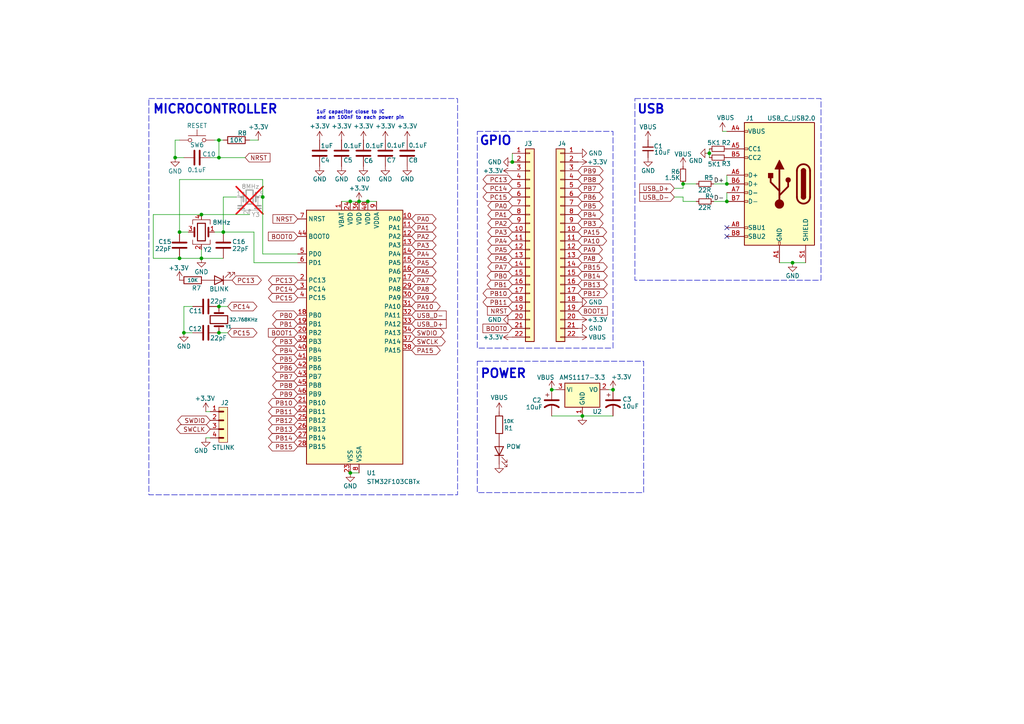
<source format=kicad_sch>
(kicad_sch (version 20231120) (generator "eeschema") (generator_version "8.0")
  (paper "A4")
  (lib_symbols
    (symbol "Connector:USB_C_Receptacle_USB2.0" (pin_names (offset 1.016))
      (property "Reference" "J3" (at -5.715 21.209 0))
      (property "Value" "USB_C_USB2.0" (at 3.556 19.05 0))
      (symbol "USB_C_Receptacle_USB2.0_0_0"
        (rectangle (start -0.254 -17.78) (end 0.254 -16.764))
        (rectangle (start 10.16 -14.986) (end 9.144 -15.494))
        (rectangle (start 10.16 -12.446) (end 9.144 -12.954))
        (rectangle (start 10.16 -4.826) (end 9.144 -5.334))
        (rectangle (start 10.16 -2.286) (end 9.144 -2.794))
        (rectangle (start 10.16 0.254) (end 9.144 -0.254))
        (rectangle (start 10.16 2.794) (end 9.144 2.286))
        (rectangle (start 10.16 7.874) (end 9.144 7.366))
        (rectangle (start 10.16 10.414) (end 9.144 9.906))
        (rectangle (start 10.16 15.494) (end 9.144 14.986))
      )
      (symbol "USB_C_Receptacle_USB2.0_0_1"
        (rectangle (start -10.16 17.78) (end 10.16 -17.78) (stroke (width 0.254)) (fill (type background)))
        (arc (start -8.89 -3.81) (mid -6.985 -5.7067) (end -5.08 -3.81) (stroke (width 0.508)))
        (arc (start -7.62 -3.81) (mid -6.985 -4.4423) (end -6.35 -3.81) (stroke (width 0.254)))
        (arc (start -7.62 -3.81) (mid -6.985 -4.4423) (end -6.35 -3.81) (stroke (width 0.254)) (fill (type outline)))
        (rectangle (start -7.62 -3.81) (end -6.35 3.81) (stroke (width 0.254)) (fill (type outline)))
        (arc (start -6.35 3.81) (mid -6.985 4.4423) (end -7.62 3.81) (stroke (width 0.254)))
        (arc (start -6.35 3.81) (mid -6.985 4.4423) (end -7.62 3.81) (stroke (width 0.254)) (fill (type outline)))
        (arc (start -5.08 3.81) (mid -6.985 5.7067) (end -8.89 3.81) (stroke (width 0.508)))
        (circle (center -2.54 1.143) (radius 0.635) (stroke (width 0.254)) (fill (type outline)))
        (circle (center 0 -5.842) (radius 1.27) (fill (type outline)))
        (polyline (pts (xy -8.89 -3.81) (xy -8.89 3.81)) (stroke (width 0.508)))
        (polyline (pts (xy -5.08 3.81) (xy -5.08 -3.81)) (stroke (width 0.508)))
        (polyline (pts (xy 0 -5.842) (xy 0 4.318)) (stroke (width 0.508)))
        (polyline (pts (xy 0 -3.302) (xy -2.54 -0.762) (xy -2.54 0.508)) (stroke (width 0.508)))
        (polyline (pts (xy 0 -2.032) (xy 2.54 0.508) (xy 2.54 1.778)) (stroke (width 0.508)))
        (polyline (pts (xy -1.27 4.318) (xy 0 6.858) (xy 1.27 4.318) (xy -1.27 4.318)) (stroke (width 0.254)) (fill (type outline)))
        (rectangle (start 1.905 1.778) (end 3.175 3.048) (stroke (width 0.254)) (fill (type outline)))
      )
      (symbol "USB_C_Receptacle_USB2.0_1_1"
        (pin passive line (at 0 -22.86 90) (length 5.08) (name "GND") (number "A1"))
        (pin passive line (at 15.24 15.24 180) (length 5.08) (name "VBUS") (number "A4"))
        (pin bidirectional line (at 15.24 10.16 180) (length 5.08) (name "CC1") (number "A5"))
        (pin bidirectional line (at 15.24 2.54 180) (length 5.08) (name "D+") (number "A6"))
        (pin bidirectional line (at 15.24 -2.54 180) (length 5.08) (name "D-") (number "A7"))
        (pin bidirectional line (at 15.24 -12.7 180) (length 5.08) (name "SBU1") (number "A8"))
        (pin passive line (at -2.54 -22.86 90) (length 5.08) hide (name "GND") (number "B1"))
        (pin passive line (at 15.24 12.7 180) (length 5.08) hide (name "VBUS") (number "B4"))
        (pin bidirectional line (at 15.24 7.62 180) (length 5.08) (name "CC2") (number "B5"))
        (pin bidirectional line (at 15.24 0 180) (length 5.08) (name "D+") (number "B6"))
        (pin bidirectional line (at 15.24 -5.08 180) (length 5.08) (name "D-") (number "B7"))
        (pin bidirectional line (at 15.24 -15.24 180) (length 5.08) (name "SBU2") (number "B8"))
        (pin passive line (at -7.62 -22.86 90) (length 5.08) (name "SHIELD") (number "S1"))
      )
    )
    (symbol "Connector_Generic:Conn_01x22" (pin_names (offset 1.016) hide)
      (property "Reference" "J" (at 0 27.94 0))
      (property "Value" "Conn_01x22" (at 0 -30.48 0))
      (symbol "Conn_01x22_1_1"
        (rectangle (start -1.27 -27.813) (end 0 -28.067) (stroke (width 0.1524)))
        (rectangle (start -1.27 -25.273) (end 0 -25.527) (stroke (width 0.1524)))
        (rectangle (start -1.27 -22.733) (end 0 -22.987) (stroke (width 0.1524)))
        (rectangle (start -1.27 -20.193) (end 0 -20.447) (stroke (width 0.1524)))
        (rectangle (start -1.27 -17.653) (end 0 -17.907) (stroke (width 0.1524)))
        (rectangle (start -1.27 -15.113) (end 0 -15.367) (stroke (width 0.1524)))
        (rectangle (start -1.27 -12.573) (end 0 -12.827) (stroke (width 0.1524)))
        (rectangle (start -1.27 -10.033) (end 0 -10.287) (stroke (width 0.1524)))
        (rectangle (start -1.27 -7.493) (end 0 -7.747) (stroke (width 0.1524)))
        (rectangle (start -1.27 -4.953) (end 0 -5.207) (stroke (width 0.1524)))
        (rectangle (start -1.27 -2.413) (end 0 -2.667) (stroke (width 0.1524)))
        (rectangle (start -1.27 0.127) (end 0 -0.127) (stroke (width 0.1524)))
        (rectangle (start -1.27 2.667) (end 0 2.413) (stroke (width 0.1524)))
        (rectangle (start -1.27 5.207) (end 0 4.953) (stroke (width 0.1524)))
        (rectangle (start -1.27 7.747) (end 0 7.493) (stroke (width 0.1524)))
        (rectangle (start -1.27 10.287) (end 0 10.033) (stroke (width 0.1524)))
        (rectangle (start -1.27 12.827) (end 0 12.573) (stroke (width 0.1524)))
        (rectangle (start -1.27 15.367) (end 0 15.113) (stroke (width 0.1524)))
        (rectangle (start -1.27 17.907) (end 0 17.653) (stroke (width 0.1524)))
        (rectangle (start -1.27 20.447) (end 0 20.193) (stroke (width 0.1524)))
        (rectangle (start -1.27 22.987) (end 0 22.733) (stroke (width 0.1524)))
        (rectangle (start -1.27 25.527) (end 0 25.273) (stroke (width 0.1524)))
        (rectangle (start -1.27 26.67) (end 1.27 -29.21) (stroke (width 0.254)) (fill (type background)))
        (pin passive line (at -5.08 25.4 0) (length 3.81) (name "Pin_1") (number "1"))
        (pin passive line (at -5.08 2.54 0) (length 3.81) (name "Pin_10") (number "10"))
        (pin passive line (at -5.08 0 0) (length 3.81) (name "Pin_11") (number "11"))
        (pin passive line (at -5.08 -2.54 0) (length 3.81) (name "Pin_12") (number "12"))
        (pin passive line (at -5.08 -5.08 0) (length 3.81) (name "Pin_13") (number "13"))
        (pin passive line (at -5.08 -7.62 0) (length 3.81) (name "Pin_14") (number "14"))
        (pin passive line (at -5.08 -10.16 0) (length 3.81) (name "Pin_15") (number "15"))
        (pin passive line (at -5.08 -12.7 0) (length 3.81) (name "Pin_16") (number "16"))
        (pin passive line (at -5.08 -15.24 0) (length 3.81) (name "Pin_17") (number "17"))
        (pin passive line (at -5.08 -17.78 0) (length 3.81) (name "Pin_18") (number "18"))
        (pin passive line (at -5.08 -20.32 0) (length 3.81) (name "Pin_19") (number "19"))
        (pin passive line (at -5.08 22.86 0) (length 3.81) (name "Pin_2") (number "2"))
        (pin passive line (at -5.08 -22.86 0) (length 3.81) (name "Pin_20") (number "20"))
        (pin passive line (at -5.08 -25.4 0) (length 3.81) (name "Pin_21") (number "21"))
        (pin passive line (at -5.08 -27.94 0) (length 3.81) (name "Pin_22") (number "22"))
        (pin passive line (at -5.08 20.32 0) (length 3.81) (name "Pin_3") (number "3"))
        (pin passive line (at -5.08 17.78 0) (length 3.81) (name "Pin_4") (number "4"))
        (pin passive line (at -5.08 15.24 0) (length 3.81) (name "Pin_5") (number "5"))
        (pin passive line (at -5.08 12.7 0) (length 3.81) (name "Pin_6") (number "6"))
        (pin passive line (at -5.08 10.16 0) (length 3.81) (name "Pin_7") (number "7"))
        (pin passive line (at -5.08 7.62 0) (length 3.81) (name "Pin_8") (number "8"))
        (pin passive line (at -5.08 5.08 0) (length 3.81) (name "Pin_9") (number "9"))
      )
    )
    (symbol "Device:C" (pin_numbers hide) (pin_names (offset 0.254))
      (property "Reference" "C" (at 0.635 2.54 0))
      (property "Value" "C" (at 0.635 -2.54 0))
      (symbol "C_0_1"
        (polyline (pts (xy -2.032 -0.762) (xy 2.032 -0.762)) (stroke (width 0.508)))
        (polyline (pts (xy -2.032 0.762) (xy 2.032 0.762)) (stroke (width 0.508)))
      )
      (symbol "C_1_1"
        (pin passive line (at 0 3.81 270) (length 2.794) (name "~") (number "1"))
        (pin passive line (at 0 -3.81 90) (length 2.794) (name "~") (number "2"))
      )
    )
    (symbol "Device:C_Polarized_US" (pin_numbers hide) (pin_names (offset 0.254) hide)
      (property "Reference" "C" (at 0.635 2.54 0))
      (property "Value" "C_Polarized_US" (at 0.635 -2.54 0))
      (symbol "C_Polarized_US_0_1"
        (polyline (pts (xy -2.032 0.762) (xy 2.032 0.762)) (stroke (width 0.508)))
        (polyline (pts (xy -1.778 2.286) (xy -0.762 2.286)))
        (polyline (pts (xy -1.27 1.778) (xy -1.27 2.794)))
        (arc (start 2.032 -1.27) (mid 0 -0.5572) (end -2.032 -1.27) (stroke (width 0.508)))
      )
      (symbol "C_Polarized_US_1_1"
        (pin passive line (at 0 3.81 270) (length 2.794) (name "~") (number "1"))
        (pin passive line (at 0 -3.81 90) (length 3.302) (name "~") (number "2"))
      )
    )
    (symbol "Device:C_Small" (pin_numbers hide) (pin_names (offset 0.254) hide)
      (property "Reference" "C" (at 0.254 1.778 0))
      (property "Value" "C_Small" (at 0.254 -2.032 0))
      (symbol "C_Small_0_1"
        (polyline (pts (xy -1.524 -0.508) (xy 1.524 -0.508)) (stroke (width 0.3302)))
        (polyline (pts (xy -1.524 0.508) (xy 1.524 0.508)) (stroke (width 0.3048)))
      )
      (symbol "C_Small_1_1"
        (pin passive line (at 0 2.54 270) (length 2.032) (name "~") (number "1"))
        (pin passive line (at 0 -2.54 90) (length 2.032) (name "~") (number "2"))
      )
    )
    (symbol "Device:Crystal" (pin_numbers hide) (pin_names (offset 1.016) hide)
      (property "Reference" "Y" (at 0 3.81 0))
      (property "Value" "Crystal" (at 0 -3.81 0))
      (symbol "Crystal_0_1"
        (rectangle (start -1.143 2.54) (end 1.143 -2.54) (stroke (width 0.3048)))
        (polyline (pts (xy -2.54 0) (xy -1.905 0)))
        (polyline (pts (xy -1.905 -1.27) (xy -1.905 1.27)) (stroke (width 0.508)))
        (polyline (pts (xy 1.905 -1.27) (xy 1.905 1.27)) (stroke (width 0.508)))
        (polyline (pts (xy 2.54 0) (xy 1.905 0)))
      )
      (symbol "Crystal_1_1"
        (pin passive line (at -3.81 0 0) (length 1.27) (name "1") (number "1"))
        (pin passive line (at 3.81 0 180) (length 1.27) (name "2") (number "2"))
      )
    )
    (symbol "Device:Crystal_GND24" (pin_names (offset 1.016) hide)
      (property "Reference" "Y" (at 3.175 5.08 0))
      (property "Value" "Crystal_GND24" (at 3.175 3.175 0))
      (symbol "Crystal_GND24_0_1"
        (rectangle (start -1.143 2.54) (end 1.143 -2.54) (stroke (width 0.3048)))
        (polyline (pts (xy -2.54 0) (xy -2.032 0)))
        (polyline (pts (xy -2.032 -1.27) (xy -2.032 1.27)) (stroke (width 0.508)))
        (polyline (pts (xy 0 -3.81) (xy 0 -3.556)))
        (polyline (pts (xy 0 3.556) (xy 0 3.81)))
        (polyline (pts (xy 2.032 -1.27) (xy 2.032 1.27)) (stroke (width 0.508)))
        (polyline (pts (xy 2.032 0) (xy 2.54 0)))
        (polyline (pts (xy -2.54 -2.286) (xy -2.54 -3.556) (xy 2.54 -3.556) (xy 2.54 -2.286)))
        (polyline (pts (xy -2.54 2.286) (xy -2.54 3.556) (xy 2.54 3.556) (xy 2.54 2.286)))
      )
      (symbol "Crystal_GND24_1_1"
        (pin passive line (at -3.81 0 0) (length 1.27) (name "1") (number "1"))
        (pin passive line (at 0 5.08 270) (length 1.27) (name "2") (number "2"))
        (pin passive line (at 3.81 0 180) (length 1.27) (name "3") (number "3"))
        (pin passive line (at 0 -5.08 90) (length 1.27) (name "4") (number "4"))
      )
    )
    (symbol "Device:LED" (pin_numbers hide) (pin_names (offset 1.016) hide)
      (property "Reference" "D" (at 0 2.54 0))
      (property "Value" "LED" (at 0 -2.54 0))
      (symbol "LED_0_1"
        (polyline (pts (xy -1.27 -1.27) (xy -1.27 1.27)) (stroke (width 0.254)))
        (polyline (pts (xy -1.27 0) (xy 1.27 0)))
        (polyline (pts (xy 1.27 -1.27) (xy 1.27 1.27) (xy -1.27 0) (xy 1.27 -1.27)) (stroke (width 0.254)))
        (polyline (pts (xy -3.048 -0.762) (xy -4.572 -2.286) (xy -3.81 -2.286) (xy -4.572 -2.286) (xy -4.572 -1.524)))
        (polyline (pts (xy -1.778 -0.762) (xy -3.302 -2.286) (xy -2.54 -2.286) (xy -3.302 -2.286) (xy -3.302 -1.524)))
      )
      (symbol "LED_1_1"
        (pin passive line (at -3.81 0 0) (length 2.54) (name "K") (number "1"))
        (pin passive line (at 3.81 0 180) (length 2.54) (name "A") (number "2"))
      )
    )
    (symbol "Device:R" (pin_numbers hide) (pin_names (offset 0))
      (property "Reference" "R" (at 2.032 0 90))
      (property "Value" "R" (at 0 0 90))
      (symbol "R_0_1"
        (rectangle (start -1.016 -2.54) (end 1.016 2.54) (stroke (width 0.254)))
      )
      (symbol "R_1_1"
        (pin passive line (at 0 3.81 270) (length 1.27) (name "~") (number "1"))
        (pin passive line (at 0 -3.81 90) (length 1.27) (name "~") (number "2"))
      )
    )
    (symbol "Device:R_Small" (pin_numbers hide) (pin_names (offset 0.254) hide)
      (property "Reference" "R" (at 0.762 0.508 0))
      (property "Value" "R_Small" (at 0.762 -1.016 0))
      (symbol "R_Small_0_1"
        (rectangle (start -0.762 1.778) (end 0.762 -1.778) (stroke (width 0.2032)))
      )
      (symbol "R_Small_1_1"
        (pin passive line (at 0 2.54 270) (length 0.762) (name "~") (number "1"))
        (pin passive line (at 0 -2.54 90) (length 0.762) (name "~") (number "2"))
      )
    )
    (symbol "Device:Resonator" (pin_names (offset 1.016) hide)
      (property "Reference" "Y" (at 0 5.715 0))
      (property "Value" "Resonator" (at 0 3.81 0))
      (symbol "Resonator_0_1"
        (rectangle (start -3.429 -3.175) (end -1.397 -3.429) (fill (type outline)))
        (rectangle (start -3.429 -2.413) (end -1.397 -2.667) (fill (type outline)))
        (circle (center -2.413 0) (radius 0.254) (fill (type outline)))
        (rectangle (start -1.016 2.032) (end 1.016 -2.032) (stroke (width 0.3048)))
        (circle (center 0 -3.81) (radius 0.254) (fill (type outline)))
        (polyline (pts (xy -2.413 -2.413) (xy -2.413 0)))
        (polyline (pts (xy -1.905 0) (xy -3.175 0)))
        (polyline (pts (xy -1.778 -1.27) (xy -1.778 1.27)) (stroke (width 0.508)))
        (polyline (pts (xy 1.778 -1.27) (xy 1.778 1.27)) (stroke (width 0.508)))
        (polyline (pts (xy 1.905 0) (xy 2.54 0)))
        (polyline (pts (xy 2.413 0) (xy 2.413 -2.54)))
        (polyline (pts (xy 2.413 -3.302) (xy 2.413 -3.81) (xy -2.413 -3.81) (xy -2.413 -3.302)))
        (rectangle (start 1.397 -3.175) (end 3.429 -3.429) (fill (type outline)))
        (rectangle (start 1.397 -2.413) (end 3.429 -2.667) (fill (type outline)))
        (circle (center 2.413 0) (radius 0.254) (fill (type outline)))
      )
      (symbol "Resonator_1_1"
        (pin passive line (at -3.81 0 0) (length 1.27) (name "1") (number "1"))
        (pin passive line (at 0 -5.08 90) (length 1.27) (name "2") (number "2"))
        (pin passive line (at 3.81 0 180) (length 1.27) (name "3") (number "3"))
      )
    )
    (symbol "MCU_ST_STM32F1:STM32F103CBTx"
      (property "Reference" "U" (at -12.7 39.37 0))
      (property "Value" "STM32F103CBTx" (at 10.16 39.37 0))
      (symbol "STM32F103CBTx_0_1"
        (rectangle (start -12.7 -35.56) (end 15.24 38.1) (stroke (width 0.254)) (fill (type background)))
      )
      (symbol "STM32F103CBTx_1_1"
        (pin power_in line (at -2.54 40.64 270) (length 2.54) (name "VBAT") (number "1"))
        (pin bidirectional line (at 17.78 35.56 180) (length 2.54) (name "PA0") (number "10"))
        (pin bidirectional line (at 17.78 33.02 180) (length 2.54) (name "PA1") (number "11"))
        (pin bidirectional line (at 17.78 30.48 180) (length 2.54) (name "PA2") (number "12"))
        (pin bidirectional line (at 17.78 27.94 180) (length 2.54) (name "PA3") (number "13"))
        (pin bidirectional line (at 17.78 25.4 180) (length 2.54) (name "PA4") (number "14"))
        (pin bidirectional line (at 17.78 22.86 180) (length 2.54) (name "PA5") (number "15"))
        (pin bidirectional line (at 17.78 20.32 180) (length 2.54) (name "PA6") (number "16"))
        (pin bidirectional line (at 17.78 17.78 180) (length 2.54) (name "PA7") (number "17"))
        (pin bidirectional line (at -15.24 7.62 0) (length 2.54) (name "PB0") (number "18"))
        (pin bidirectional line (at -15.24 5.08 0) (length 2.54) (name "PB1") (number "19"))
        (pin bidirectional line (at -15.24 17.78 0) (length 2.54) (name "PC13") (number "2"))
        (pin bidirectional line (at -15.24 2.54 0) (length 2.54) (name "PB2") (number "20"))
        (pin bidirectional line (at -15.24 -17.78 0) (length 2.54) (name "PB10") (number "21"))
        (pin bidirectional line (at -15.24 -20.32 0) (length 2.54) (name "PB11") (number "22"))
        (pin power_in line (at 0 -38.1 90) (length 2.54) (name "VSS") (number "23"))
        (pin power_in line (at 0 40.64 270) (length 2.54) (name "VDD") (number "24"))
        (pin bidirectional line (at -15.24 -22.86 0) (length 2.54) (name "PB12") (number "25"))
        (pin bidirectional line (at -15.24 -25.4 0) (length 2.54) (name "PB13") (number "26"))
        (pin bidirectional line (at -15.24 -27.94 0) (length 2.54) (name "PB14") (number "27"))
        (pin bidirectional line (at -15.24 -30.48 0) (length 2.54) (name "PB15") (number "28"))
        (pin bidirectional line (at 17.78 15.24 180) (length 2.54) (name "PA8") (number "29"))
        (pin bidirectional line (at -15.24 15.24 0) (length 2.54) (name "PC14") (number "3"))
        (pin bidirectional line (at 17.78 12.7 180) (length 2.54) (name "PA9") (number "30"))
        (pin bidirectional line (at 17.78 10.16 180) (length 2.54) (name "PA10") (number "31"))
        (pin bidirectional line (at 17.78 7.62 180) (length 2.54) (name "PA11") (number "32"))
        (pin bidirectional line (at 17.78 5.08 180) (length 2.54) (name "PA12") (number "33"))
        (pin bidirectional line (at 17.78 2.54 180) (length 2.54) (name "PA13") (number "34"))
        (pin passive line (at 0 -38.1 90) (length 2.54) hide (name "VSS") (number "35"))
        (pin power_in line (at 2.54 40.64 270) (length 2.54) (name "VDD") (number "36"))
        (pin bidirectional line (at 17.78 0 180) (length 2.54) (name "PA14") (number "37"))
        (pin bidirectional line (at 17.78 -2.54 180) (length 2.54) (name "PA15") (number "38"))
        (pin bidirectional line (at -15.24 0 0) (length 2.54) (name "PB3") (number "39"))
        (pin bidirectional line (at -15.24 12.7 0) (length 2.54) (name "PC15") (number "4"))
        (pin bidirectional line (at -15.24 -2.54 0) (length 2.54) (name "PB4") (number "40"))
        (pin bidirectional line (at -15.24 -5.08 0) (length 2.54) (name "PB5") (number "41"))
        (pin bidirectional line (at -15.24 -7.62 0) (length 2.54) (name "PB6") (number "42"))
        (pin bidirectional line (at -15.24 -10.16 0) (length 2.54) (name "PB7") (number "43"))
        (pin input line (at -15.24 30.48 0) (length 2.54) (name "BOOT0") (number "44"))
        (pin bidirectional line (at -15.24 -12.7 0) (length 2.54) (name "PB8") (number "45"))
        (pin bidirectional line (at -15.24 -15.24 0) (length 2.54) (name "PB9") (number "46"))
        (pin passive line (at 0 -38.1 90) (length 2.54) hide (name "VSS") (number "47"))
        (pin power_in line (at 5.08 40.64 270) (length 2.54) (name "VDD") (number "48"))
        (pin bidirectional line (at -15.24 25.4 0) (length 2.54) (name "PD0") (number "5"))
        (pin bidirectional line (at -15.24 22.86 0) (length 2.54) (name "PD1") (number "6"))
        (pin input line (at -15.24 35.56 0) (length 2.54) (name "NRST") (number "7"))
        (pin power_in line (at 2.54 -38.1 90) (length 2.54) (name "VSSA") (number "8"))
        (pin power_in line (at 7.62 40.64 270) (length 2.54) (name "VDDA") (number "9"))
      )
    )
    (symbol "PCM_SL_Pin_Headers:PINHD_1x4_Male"
      (property "Reference" "J" (at 0 8.89 0))
      (property "Value" "PINHD_1x4_Male" (at 0 6.35 0))
      (symbol "PINHD_1x4_Male_0_1"
        (rectangle (start -1.27 5.08) (end 1.27 -5.08) (fill (type background)))
        (polyline (pts (xy -1.27 -3.81) (xy 0 -3.81)) (stroke (width 0.3)))
        (polyline (pts (xy -1.27 -3.81) (xy 0 -3.81)) (stroke (width 0.5)))
        (polyline (pts (xy -1.27 -1.27) (xy 0 -1.27)) (stroke (width 0.3)))
        (polyline (pts (xy -1.27 -1.27) (xy 0 -1.27)) (stroke (width 0.5)))
        (polyline (pts (xy -1.27 1.27) (xy 0 1.27)) (stroke (width 0.3)))
        (polyline (pts (xy -1.27 1.27) (xy 0 1.27)) (stroke (width 0.5)))
        (polyline (pts (xy -1.27 3.81) (xy 0 3.81)) (stroke (width 0.3)))
        (polyline (pts (xy -1.27 3.81) (xy 0 3.81)) (stroke (width 0.5)))
      )
      (symbol "PINHD_1x4_Male_1_1"
        (pin passive line (at -3.81 3.81 0) (length 2.54) (name "") (number "1"))
        (pin passive line (at -3.81 1.27 0) (length 2.54) (name "") (number "2"))
        (pin passive line (at -3.81 -1.27 0) (length 2.54) (name "") (number "3"))
        (pin passive line (at -3.81 -3.81 0) (length 2.54) (name "") (number "4"))
      )
    )
    (symbol "Regulator_Linear:AMS1117-3.3"
      (property "Reference" "U" (at -3.81 3.175 0))
      (property "Value" "AMS1117-3.3" (at 0 3.175 0))
      (symbol "AMS1117-3.3_0_1"
        (rectangle (start -5.08 -5.08) (end 5.08 1.905) (stroke (width 0.254)) (fill (type background)))
      )
      (symbol "AMS1117-3.3_1_1"
        (pin power_in line (at 0 -7.62 90) (length 2.54) (name "GND") (number "1"))
        (pin power_out line (at 7.62 0 180) (length 2.54) (name "VO") (number "2"))
        (pin power_in line (at -7.62 0 0) (length 2.54) (name "VI") (number "3"))
      )
    )
    (symbol "Switch:SW_Push" (pin_numbers hide) (pin_names (offset 1.016) hide)
      (property "Reference" "SW" (at 1.27 2.54 0))
      (property "Value" "SW_Push" (at 0 -1.524 0))
      (symbol "SW_Push_0_1"
        (circle (center -2.032 0) (radius 0.508))
        (polyline (pts (xy 0 1.27) (xy 0 3.048)))
        (polyline (pts (xy 2.54 1.27) (xy -2.54 1.27)))
        (circle (center 2.032 0) (radius 0.508))
        (pin passive line (at -5.08 0 0) (length 2.54) (name "1") (number "1"))
        (pin passive line (at 5.08 0 180) (length 2.54) (name "2") (number "2"))
      )
    )
    (symbol "power:+3.3V" (power) (pin_numbers hide) (pin_names (offset 0) hide)
      (property "Value" "+3.3V" (at 0 3.556 0))
      (symbol "+3.3V_0_1"
        (polyline (pts (xy -0.762 1.27) (xy 0 2.54)))
        (polyline (pts (xy 0 0) (xy 0 2.54)))
        (polyline (pts (xy 0 2.54) (xy 0.762 1.27)))
      )
      (symbol "+3.3V_1_1"
        (pin power_in line (at 0 0 90) (length 0) (name "~") (number "1"))
      )
    )
    (symbol "power:GND" (power) (pin_names (offset 0))
      (property "Value" "GND" (at 0 -3.81 0))
      (symbol "GND_0_1"
        (polyline (pts (xy 0 0) (xy 0 -1.27) (xy 1.27 -1.27) (xy 0 -2.54) (xy -1.27 -1.27) (xy 0 -1.27)))
      )
      (symbol "GND_1_1"
        (pin power_in line (at 0 0 270) (length 0) hide (name "GND") (number "1"))
      )
    )
    (symbol "power:VBUS" (power) (pin_names (offset 0))
      (property "Value" "VBUS" (at 0 3.81 0))
      (symbol "VBUS_0_1"
        (polyline (pts (xy -0.762 1.27) (xy 0 2.54)))
        (polyline (pts (xy 0 0) (xy 0 2.54)))
        (polyline (pts (xy 0 2.54) (xy 0.762 1.27)))
      )
      (symbol "VBUS_1_1"
        (pin power_in line (at 0 0 90) (length 0) hide (name "VBUS") (number "1"))
      )
    )
  )
  (junction (at 101.6 58.42))
  (junction (at 63.5 45.72))
  (junction (at 106.68 58.42))
  (junction (at 205.74 44.45))
  (junction (at 101.6 137.16))
  (junction (at 63.5 96.52))
  (junction (at 76.2 57.15))
  (junction (at 148.59 46.99))
  (junction (at 177.8 113.03))
  (junction (at 229.87 76.2))
  (junction (at 63.5 40.64))
  (junction (at 58.42 74.93))
  (junction (at 160.02 113.03))
  (junction (at 52.07 67.31))
  (junction (at 53.34 96.52))
  (junction (at 210.82 53.34))
  (junction (at 198.12 53.34))
  (junction (at 104.14 58.42))
  (junction (at 63.5 88.9))
  (junction (at 58.42 62.23))
  (junction (at 52.07 74.93))
  (junction (at 168.91 120.65))
  (junction (at 64.77 67.31))
  (junction (at 50.8 45.72))
  (junction (at 210.82 58.42))
  (no_connect (at 210.82 68.58))
  (no_connect (at 210.82 66.04))
  (wire (pts (xy 195.58 57.15) (xy 198.12 57.15)))
  (wire (pts (xy 44.45 74.93) (xy 52.07 74.93)))
  (wire (pts (xy 63.5 40.64) (xy 63.5 45.72)))
  (wire (pts (xy 168.91 120.65) (xy 177.8 120.65)))
  (wire (pts (xy 58.42 74.93) (xy 58.42 72.39)))
  (wire (pts (xy 74.93 40.64) (xy 72.39 40.64)))
  (wire (pts (xy 210.82 50.8) (xy 210.82 53.34)))
  (wire (pts (xy 101.6 58.42) (xy 99.06 58.42)))
  (wire (pts (xy 73.66 67.31) (xy 73.66 76.2)))
  (wire (pts (xy 63.5 45.72) (xy 71.12 45.72)))
  (wire (pts (xy 59.69 119.38) (xy 60.96 119.38)))
  (wire (pts (xy 53.34 88.9) (xy 55.88 88.9)))
  (wire (pts (xy 198.12 54.61) (xy 198.12 53.34)))
  (wire (pts (xy 58.42 74.93) (xy 64.77 74.93)))
  (wire (pts (xy 76.2 52.07) (xy 76.2 57.15)))
  (wire (pts (xy 52.07 74.93) (xy 58.42 74.93)))
  (wire (pts (xy 68.58 57.15) (xy 64.77 57.15)))
  (wire (pts (xy 53.34 96.52) (xy 55.88 96.52)))
  (wire (pts (xy 58.42 62.23) (xy 44.45 62.23)))
  (wire (pts (xy 104.14 58.42) (xy 106.68 58.42)))
  (wire (pts (xy 66.04 88.9) (xy 63.5 88.9)))
  (wire (pts (xy 205.74 44.45) (xy 205.74 45.72)))
  (wire (pts (xy 53.34 96.52) (xy 53.34 88.9)))
  (wire (pts (xy 205.74 44.45) (xy 205.74 43.18)))
  (wire (pts (xy 60.96 45.72) (xy 63.5 45.72)))
  (wire (pts (xy 52.07 52.07) (xy 52.07 67.31)))
  (wire (pts (xy 195.58 54.61) (xy 198.12 54.61)))
  (wire (pts (xy 73.66 76.2) (xy 86.36 76.2)))
  (wire (pts (xy 76.2 57.15) (xy 76.2 73.66)))
  (wire (pts (xy 50.8 40.64) (xy 52.07 40.64)))
  (wire (pts (xy 160.02 120.65) (xy 168.91 120.65)))
  (wire (pts (xy 209.55 38.1) (xy 210.82 38.1)))
  (wire (pts (xy 106.68 58.42) (xy 109.22 58.42)))
  (wire (pts (xy 58.42 62.23) (xy 72.39 62.23)))
  (wire (pts (xy 50.8 45.72) (xy 53.34 45.72)))
  (wire (pts (xy 104.14 58.42) (xy 101.6 58.42)))
  (wire (pts (xy 52.07 67.31) (xy 54.61 67.31)))
  (wire (pts (xy 207.01 53.34) (xy 210.82 53.34)))
  (wire (pts (xy 229.87 76.2) (xy 233.68 76.2)))
  (wire (pts (xy 207.01 58.42) (xy 210.82 58.42)))
  (wire (pts (xy 59.69 127) (xy 60.96 127)))
  (wire (pts (xy 64.77 57.15) (xy 64.77 67.31)))
  (wire (pts (xy 44.45 62.23) (xy 44.45 74.93)))
  (wire (pts (xy 177.8 113.03) (xy 176.53 113.03)))
  (wire (pts (xy 66.04 96.52) (xy 63.5 96.52)))
  (wire (pts (xy 148.59 44.45) (xy 148.59 46.99)))
  (wire (pts (xy 52.07 52.07) (xy 76.2 52.07)))
  (wire (pts (xy 64.77 67.31) (xy 62.23 67.31)))
  (wire (pts (xy 198.12 53.34) (xy 201.93 53.34)))
  (wire (pts (xy 161.29 113.03) (xy 160.02 113.03)))
  (wire (pts (xy 210.82 55.88) (xy 210.82 58.42)))
  (wire (pts (xy 76.2 73.66) (xy 86.36 73.66)))
  (wire (pts (xy 198.12 58.42) (xy 201.93 58.42)))
  (wire (pts (xy 64.77 67.31) (xy 73.66 67.31)))
  (wire (pts (xy 50.8 45.72) (xy 50.8 40.64)))
  (wire (pts (xy 101.6 137.16) (xy 104.14 137.16)))
  (wire (pts (xy 64.77 40.64) (xy 63.5 40.64)))
  (wire (pts (xy 198.12 57.15) (xy 198.12 58.42)))
  (wire (pts (xy 226.06 76.2) (xy 229.87 76.2)))
  (wire (pts (xy 62.23 40.64) (xy 63.5 40.64)))
  (rectangle (start 138.43 104.775) (end 186.69 142.875) (stroke (width 0) (type dash)))
  (rectangle (start 43.18 28.575) (end 132.715 143.51) (stroke (width 0) (type dash)))
  (rectangle (start 184.15 28.575) (end 238.125 81.28) (stroke (width 0) (type dash)))
  (rectangle (start 138.43 38.1) (end 177.8 100.965) (stroke (width 0) (type dash)))
  (text "1uF capacitor close to IC\nand an 100nF to each power pin" (at 91.694 34.798 0) (effects (font (size 1 1) (bold yes)) (justify left bottom)))
  (text "USB\n" (at 184.658 33.274 0) (effects (font (size 2.54 2.54) (bold yes)) (justify left bottom)))
  (text "POWER\n" (at 139.192 109.982 0) (effects (font (size 2.54 2.54) (bold yes)) (justify left bottom)))
  (text "MICROCONTROLLER" (at 44.196 33.274 0) (effects (font (size 2.54 2.54) (bold yes)) (justify left bottom)))
  (text "GPIO" (at 138.938 42.418 0) (effects (font (size 2.54 2.54) (bold yes)) (justify left bottom)))
  (label "D-" (at 207.01 58.42 0))
  (label "D+" (at 207.01 53.34 0))
  (global_label "PC15" (shape bidirectional) (at 66.04 96.52 0) (property "Intersheetrefs" "${INTERSHEET_REFS}" (effects (hide yes))))
  (global_label "PA7" (shape bidirectional) (at 148.59 77.47 180) (property "Intersheetrefs" "${INTERSHEET_REFS}" (effects (hide yes))))
  (global_label "USB_D-" (shape input) (at 119.38 91.44 0) (property "Intersheetrefs" "${INTERSHEET_REFS}" (effects (hide yes))))
  (global_label "PC15" (shape bidirectional) (at 148.59 57.15 180) (property "Intersheetrefs" "${INTERSHEET_REFS}" (effects (hide yes))))
  (global_label "PB11" (shape bidirectional) (at 86.36 119.38 180) (property "Intersheetrefs" "${INTERSHEET_REFS}" (effects (hide yes))))
  (global_label "PA2" (shape bidirectional) (at 148.59 64.77 180) (property "Intersheetrefs" "${INTERSHEET_REFS}" (effects (hide yes))))
  (global_label "BOOT0" (shape input) (at 148.59 95.25 180) (property "Intersheetrefs" "${INTERSHEET_REFS}" (effects (hide yes))))
  (global_label "PB8" (shape bidirectional) (at 167.64 52.07 0) (property "Intersheetrefs" "${INTERSHEET_REFS}" (effects (hide yes))))
  (global_label "PB6" (shape bidirectional) (at 86.36 106.68 180) (property "Intersheetrefs" "${INTERSHEET_REFS}" (effects (hide yes))))
  (global_label "PA9" (shape bidirectional) (at 167.64 72.39 0) (property "Intersheetrefs" "${INTERSHEET_REFS}" (effects (hide yes))))
  (global_label "PB12" (shape bidirectional) (at 86.36 121.92 180) (property "Intersheetrefs" "${INTERSHEET_REFS}" (effects (hide yes))))
  (global_label "PA5" (shape bidirectional) (at 148.59 72.39 180) (property "Intersheetrefs" "${INTERSHEET_REFS}" (effects (hide yes))))
  (global_label "BOOT1" (shape input) (at 86.36 96.52 180) (property "Intersheetrefs" "${INTERSHEET_REFS}" (effects (hide yes))))
  (global_label "SWCLK" (shape bidirectional) (at 60.96 124.46 180) (property "Intersheetrefs" "${INTERSHEET_REFS}" (effects (hide yes))))
  (global_label "PB7" (shape bidirectional) (at 86.36 109.22 180) (property "Intersheetrefs" "${INTERSHEET_REFS}" (effects (hide yes))))
  (global_label "PB1" (shape bidirectional) (at 148.59 82.55 180) (property "Intersheetrefs" "${INTERSHEET_REFS}" (effects (hide yes))))
  (global_label "PA10" (shape bidirectional) (at 167.64 69.85 0) (property "Intersheetrefs" "${INTERSHEET_REFS}" (effects (hide yes))))
  (global_label "PA4" (shape bidirectional) (at 148.59 69.85 180) (property "Intersheetrefs" "${INTERSHEET_REFS}" (effects (hide yes))))
  (global_label "SWDIO" (shape bidirectional) (at 119.38 96.52 0) (property "Intersheetrefs" "${INTERSHEET_REFS}" (effects (hide yes))))
  (global_label "PB15" (shape bidirectional) (at 167.64 77.47 0) (property "Intersheetrefs" "${INTERSHEET_REFS}" (effects (hide yes))))
  (global_label "PC15" (shape bidirectional) (at 86.36 86.36 180) (property "Intersheetrefs" "${INTERSHEET_REFS}" (effects (hide yes))))
  (global_label "PB3" (shape bidirectional) (at 86.36 99.06 180) (property "Intersheetrefs" "${INTERSHEET_REFS}" (effects (hide yes))))
  (global_label "PB10" (shape bidirectional) (at 148.59 85.09 180) (property "Intersheetrefs" "${INTERSHEET_REFS}" (effects (hide yes))))
  (global_label "PA9" (shape bidirectional) (at 119.38 86.36 0) (property "Intersheetrefs" "${INTERSHEET_REFS}" (effects (hide yes))))
  (global_label "PA5" (shape bidirectional) (at 119.38 76.2 0) (property "Intersheetrefs" "${INTERSHEET_REFS}" (effects (hide yes))))
  (global_label "PB14" (shape bidirectional) (at 86.36 127 180) (property "Intersheetrefs" "${INTERSHEET_REFS}" (effects (hide yes))))
  (global_label "PA6" (shape bidirectional) (at 148.59 74.93 180) (property "Intersheetrefs" "${INTERSHEET_REFS}" (effects (hide yes))))
  (global_label "BOOT0" (shape input) (at 86.36 68.58 180) (property "Intersheetrefs" "${INTERSHEET_REFS}" (effects (hide yes))))
  (global_label "PA15" (shape bidirectional) (at 119.38 101.6 0) (property "Intersheetrefs" "${INTERSHEET_REFS}" (effects (hide yes))))
  (global_label "PA3" (shape bidirectional) (at 148.59 67.31 180) (property "Intersheetrefs" "${INTERSHEET_REFS}" (effects (hide yes))))
  (global_label "SWDIO" (shape bidirectional) (at 60.96 121.92 180) (property "Intersheetrefs" "${INTERSHEET_REFS}" (effects (hide yes))))
  (global_label "PA8" (shape bidirectional) (at 119.38 83.82 0) (property "Intersheetrefs" "${INTERSHEET_REFS}" (effects (hide yes))))
  (global_label "PB5" (shape bidirectional) (at 167.64 59.69 0) (property "Intersheetrefs" "${INTERSHEET_REFS}" (effects (hide yes))))
  (global_label "PC14" (shape bidirectional) (at 148.59 54.61 180) (property "Intersheetrefs" "${INTERSHEET_REFS}" (effects (hide yes))))
  (global_label "SWCLK" (shape bidirectional) (at 119.38 99.06 0) (property "Intersheetrefs" "${INTERSHEET_REFS}" (effects (hide yes))))
  (global_label "PB5" (shape bidirectional) (at 86.36 104.14 180) (property "Intersheetrefs" "${INTERSHEET_REFS}" (effects (hide yes))))
  (global_label "USB_D+" (shape input) (at 195.58 54.61 180) (property "Intersheetrefs" "${INTERSHEET_REFS}" (effects (hide yes))))
  (global_label "PA1" (shape bidirectional) (at 148.59 62.23 180) (property "Intersheetrefs" "${INTERSHEET_REFS}" (effects (hide yes))))
  (global_label "PA8" (shape bidirectional) (at 167.64 74.93 0) (property "Intersheetrefs" "${INTERSHEET_REFS}" (effects (hide yes))))
  (global_label "PB9" (shape bidirectional) (at 167.64 49.53 0) (property "Intersheetrefs" "${INTERSHEET_REFS}" (effects (hide yes))))
  (global_label "PA3" (shape bidirectional) (at 119.38 71.12 0) (property "Intersheetrefs" "${INTERSHEET_REFS}" (effects (hide yes))))
  (global_label "PB15" (shape bidirectional) (at 86.36 129.54 180) (property "Intersheetrefs" "${INTERSHEET_REFS}" (effects (hide yes))))
  (global_label "PB9" (shape bidirectional) (at 86.36 114.3 180) (property "Intersheetrefs" "${INTERSHEET_REFS}" (effects (hide yes))))
  (global_label "PA6" (shape bidirectional) (at 119.38 78.74 0) (property "Intersheetrefs" "${INTERSHEET_REFS}" (effects (hide yes))))
  (global_label "PB4" (shape bidirectional) (at 86.36 101.6 180) (property "Intersheetrefs" "${INTERSHEET_REFS}" (effects (hide yes))))
  (global_label "PC14" (shape bidirectional) (at 66.04 88.9 0) (property "Intersheetrefs" "${INTERSHEET_REFS}" (effects (hide yes))))
  (global_label "PC13" (shape bidirectional) (at 67.31 81.28 0) (property "Intersheetrefs" "${INTERSHEET_REFS}" (effects (hide yes))))
  (global_label "PB10" (shape bidirectional) (at 86.36 116.84 180) (property "Intersheetrefs" "${INTERSHEET_REFS}" (effects (hide yes))))
  (global_label "PA0" (shape bidirectional) (at 148.59 59.69 180) (property "Intersheetrefs" "${INTERSHEET_REFS}" (effects (hide yes))))
  (global_label "PA1" (shape bidirectional) (at 119.38 66.04 0) (property "Intersheetrefs" "${INTERSHEET_REFS}" (effects (hide yes))))
  (global_label "PB1" (shape bidirectional) (at 86.36 93.98 180) (property "Intersheetrefs" "${INTERSHEET_REFS}" (effects (hide yes))))
  (global_label "PB14" (shape bidirectional) (at 167.64 80.01 0) (property "Intersheetrefs" "${INTERSHEET_REFS}" (effects (hide yes))))
  (global_label "PC13" (shape bidirectional) (at 148.59 52.07 180) (property "Intersheetrefs" "${INTERSHEET_REFS}" (effects (hide yes))))
  (global_label "PC14" (shape bidirectional) (at 86.36 83.82 180) (property "Intersheetrefs" "${INTERSHEET_REFS}" (effects (hide yes))))
  (global_label "PB11" (shape bidirectional) (at 148.59 87.63 180) (property "Intersheetrefs" "${INTERSHEET_REFS}" (effects (hide yes))))
  (global_label "PB12" (shape bidirectional) (at 167.64 85.09 0) (property "Intersheetrefs" "${INTERSHEET_REFS}" (effects (hide yes))))
  (global_label "NRST" (shape input) (at 148.59 90.17 180) (property "Intersheetrefs" "${INTERSHEET_REFS}" (effects (hide yes))))
  (global_label "PA4" (shape bidirectional) (at 119.38 73.66 0) (property "Intersheetrefs" "${INTERSHEET_REFS}" (effects (hide yes))))
  (global_label "PA2" (shape bidirectional) (at 119.38 68.58 0) (property "Intersheetrefs" "${INTERSHEET_REFS}" (effects (hide yes))))
  (global_label "PA15" (shape bidirectional) (at 167.64 67.31 0) (property "Intersheetrefs" "${INTERSHEET_REFS}" (effects (hide yes))))
  (global_label "USB_D-" (shape input) (at 195.58 57.15 180) (property "Intersheetrefs" "${INTERSHEET_REFS}" (effects (hide yes))))
  (global_label "PB7" (shape bidirectional) (at 167.64 54.61 0) (property "Intersheetrefs" "${INTERSHEET_REFS}" (effects (hide yes))))
  (global_label "USB_D+" (shape input) (at 119.38 93.98 0) (property "Intersheetrefs" "${INTERSHEET_REFS}" (effects (hide yes))))
  (global_label "PA0" (shape bidirectional) (at 119.38 63.5 0) (property "Intersheetrefs" "${INTERSHEET_REFS}" (effects (hide yes))))
  (global_label "BOOT1" (shape input) (at 167.64 90.17 0) (property "Intersheetrefs" "${INTERSHEET_REFS}" (effects (hide yes))))
  (global_label "PB13" (shape bidirectional) (at 167.64 82.55 0) (property "Intersheetrefs" "${INTERSHEET_REFS}" (effects (hide yes))))
  (global_label "PB0" (shape bidirectional) (at 148.59 80.01 180) (property "Intersheetrefs" "${INTERSHEET_REFS}" (effects (hide yes))))
  (global_label "PB4" (shape bidirectional) (at 167.64 62.23 0) (property "Intersheetrefs" "${INTERSHEET_REFS}" (effects (hide yes))))
  (global_label "PA7" (shape bidirectional) (at 119.38 81.28 0) (property "Intersheetrefs" "${INTERSHEET_REFS}" (effects (hide yes))))
  (global_label "PC13" (shape bidirectional) (at 86.36 81.28 180) (property "Intersheetrefs" "${INTERSHEET_REFS}" (effects (hide yes))))
  (global_label "NRST" (shape input) (at 86.36 63.5 180) (property "Intersheetrefs" "${INTERSHEET_REFS}" (effects (hide yes))))
  (global_label "NRST" (shape input) (at 71.12 45.72 0) (property "Intersheetrefs" "${INTERSHEET_REFS}" (effects (hide yes))))
  (global_label "PB13" (shape bidirectional) (at 86.36 124.46 180) (property "Intersheetrefs" "${INTERSHEET_REFS}" (effects (hide yes))))
  (global_label "PB3" (shape bidirectional) (at 167.64 64.77 0) (property "Intersheetrefs" "${INTERSHEET_REFS}" (effects (hide yes))))
  (global_label "PB0" (shape bidirectional) (at 86.36 91.44 180) (property "Intersheetrefs" "${INTERSHEET_REFS}" (effects (hide yes))))
  (global_label "PB6" (shape bidirectional) (at 167.64 57.15 0) (property "Intersheetrefs" "${INTERSHEET_REFS}" (effects (hide yes))))
  (global_label "PA10" (shape bidirectional) (at 119.38 88.9 0) (property "Intersheetrefs" "${INTERSHEET_REFS}" (effects (hide yes))))
  (global_label "PB8" (shape bidirectional) (at 86.36 111.76 180) (property "Intersheetrefs" "${INTERSHEET_REFS}" (effects (hide yes))))
  (symbol (lib_id "Device:C") (at 59.69 88.9 90) (mirror x) (unit 1)
    (property "Reference" "C11" (at 58.674 90.17 90) (effects (justify left)))
    (property "Value" "22pF" (at 65.786 87.376 90) (effects (justify left)))
  )
  (symbol (lib_id "power:GND") (at 148.59 92.71 270) (mirror x) (unit 1)
    (property "Reference" "#PWR034" (effects (hide yes)))
    (property "Value" "GND" (at 143.51 92.71 90))
  )
  (symbol (lib_id "power:GND") (at 167.64 44.45 90) (unit 1)
    (property "Reference" "#PWR037" (effects (hide yes)))
    (property "Value" "GND" (at 172.72 44.45 90))
  )
  (symbol (lib_id "Device:C") (at 57.15 45.72 270) (mirror x) (unit 1)
    (property "Reference" "C10" (at 58.674 44.704 90) (effects (justify left)))
    (property "Value" "0.1uF" (at 54.356 49.276 90) (effects (justify left)))
  )
  (symbol (lib_id "power:+3.3V") (at 105.41 40.64 0) (unit 1)
    (property "Reference" "#PWR020" (effects (hide yes)))
    (property "Value" "+3.3V" (at 105.41 36.576 0))
  )
  (symbol (lib_id "power:GND") (at 229.87 76.2 0) (unit 1)
    (property "Reference" "#PWR010" (effects (hide yes)))
    (property "Value" "GND" (at 227.838 80.01 0) (effects (justify left)))
  )
  (symbol (lib_id "Connector_Generic:Conn_01x22") (at 162.56 69.85 0) (mirror y) (unit 1)
    (property "Reference" "J4" (at 164.211 41.656 0) (effects (justify left)))
    (property "Value" "Conn_01x22" (effects (hide yes)))
  )
  (symbol (lib_id "Device:LED") (at 63.5 81.28 180) (unit 1)
    (property "Reference" "D2" (effects (hide yes)))
    (property "Value" "BLINK" (at 60.706 83.82 0) (effects (justify right)))
  )
  (symbol (lib_id "Device:C") (at 118.11 44.45 0) (mirror x) (unit 1)
    (property "Reference" "C8" (at 118.491 46.482 0) (effects (justify left)))
    (property "Value" "0.1uF" (at 118.491 42.164 0) (effects (justify left)))
  )
  (symbol (lib_id "PCM_SL_Pin_Headers:PINHD_1x4_Male") (at 64.77 123.19 0) (unit 1)
    (property "Reference" "J2" (at 64.008 116.84 0) (effects (justify left)))
    (property "Value" "STLINK" (at 61.468 129.794 0) (effects (justify left)))
    (property "Footprint" "Connector_PinHeader_2.54mm:PinHeader_1x04_P2.54mm_Horizontal" (effects (hide yes)))
    (property "Description" "Pin Header male with pin space 2.54mm. Pin Count -4" (effects (hide yes)))
  )
  (symbol (lib_id "power:GND") (at 118.11 48.26 0) (unit 1)
    (property "Reference" "#PWR025" (effects (hide yes)))
    (property "Value" "GND" (at 116.078 51.943 0) (effects (justify left)))
  )
  (symbol (lib_id "Device:Crystal_GND24") (at 58.42 67.31 180) (unit 1)
    (property "Reference" "Y2" (at 60.198 72.39 0))
    (property "Value" "8MHz" (at 64.262 64.516 0))
    (property "Description" "Four pin crystal, GND on pins 2 and 4" (effects (hide yes)))
  )
  (symbol (lib_id "power:+3.3V") (at 148.59 97.79 90) (mirror x) (unit 1)
    (property "Reference" "#PWR07" (effects (hide yes)))
    (property "Value" "+3.3V" (at 143.002 97.79 90))
  )
  (symbol (lib_id "power:GND") (at 168.91 120.65 0) (mirror y) (unit 1)
    (property "Reference" "#PWR08" (effects (hide yes)))
    (property "Value" "GND" (effects (hide yes)))
  )
  (symbol (lib_id "power:+3.3V") (at 104.14 58.42 0) (unit 1)
    (property "Reference" "#PWR015" (effects (hide yes)))
    (property "Value" "+3.3V" (at 104.14 54.61 0))
  )
  (symbol (lib_id "power:GND") (at 53.34 96.52 0) (unit 1)
    (property "Reference" "#PWR036" (effects (hide yes)))
    (property "Value" "GND" (at 53.34 100.457 0))
  )
  (symbol (lib_id "Device:Crystal") (at 63.5 92.71 90) (mirror x) (unit 1)
    (property "Reference" "Y1" (at 66.294 94.742 90) (effects (font (size 0.9 0.9))))
    (property "Value" "32.768KHz" (at 70.612 92.71 90) (effects (font (size 1 1))))
  )
  (symbol (lib_id "Device:R") (at 55.88 81.28 270) (unit 1)
    (property "Reference" "R7" (at 55.626 83.566 90) (effects (justify left)))
    (property "Value" "10K" (at 54.356 81.28 90) (effects (font (size 1 1)) (justify left)))
    (property "Footprint" "Resistor_SMD:R_1206_3216Metric" (effects (hide yes)))
  )
  (symbol (lib_id "Switch:SW_Push") (at 57.15 40.64 0) (unit 1)
    (property "Reference" "SW6" (at 57.15 42.037 0))
    (property "Value" "RESET" (at 57.15 36.449 0))
  )
  (symbol (lib_id "Device:C") (at 59.69 96.52 90) (mirror x) (unit 1)
    (property "Reference" "C12" (at 58.547 95.377 90) (effects (justify left)))
    (property "Value" "22pF" (at 65.786 98.044 90) (effects (justify left)))
  )
  (symbol (lib_id "MCU_ST_STM32F1:STM32F103CBTx") (at 101.6 99.06 0) (unit 1)
    (property "Reference" "U1" (at 106.3341 137.16 0) (effects (justify left)))
    (property "Value" "STM32F103CBTx" (at 106.3341 139.7 0) (effects (justify left)))
    (property "Footprint" "Package_QFP:LQFP-48_7x7mm_P0.5mm" (effects (hide yes)))
    (property "Datasheet" "https://www.st.com/resource/en/datasheet/stm32f103cb.pdf" (effects (hide yes)))
    (property "Description" "STMicroelectronics Arm Cortex-M3 MCU, 128KB flash, 20KB RAM, 72 MHz, 2.0-3.6V, 37 GPIO, LQFP48" (effects (hide yes)))
  )
  (symbol (lib_id "Connector_Generic:Conn_01x22") (at 153.67 69.85 0) (unit 1)
    (property "Reference" "J3" (at 152.019 41.656 0) (effects (justify left)))
    (property "Value" "Conn_01x22" (effects (hide yes)))
  )
  (symbol (lib_id "power:+3.3V") (at 74.93 40.64 0) (unit 1)
    (property "Reference" "#PWR0110" (effects (hide yes)))
    (property "Value" "+3.3V" (at 74.93 36.83 0))
  )
  (symbol (lib_id "power:GND") (at 59.69 127 0) (unit 1)
    (property "Reference" "#PWR027" (effects (hide yes)))
    (property "Value" "GND" (at 56.261 130.683 0) (effects (justify left)))
  )
  (symbol (lib_id "power:VBUS") (at 187.96 40.64 0) (unit 1)
    (property "Reference" "#PWR053" (effects (hide yes)))
    (property "Value" "VBUS" (at 187.96 36.83 0))
  )
  (symbol (lib_id "Device:C_Small") (at 187.96 43.18 0) (mirror y) (unit 1)
    (property "Reference" "C1" (at 192.278 42.418 0) (effects (justify left)))
    (property "Value" "10uF" (at 194.564 44.196 0) (effects (justify left)))
    (property "Footprint" "Capacitor_SMD:C_0603_1608Metric" (effects (hide yes)))
  )
  (symbol (lib_id "Device:C") (at 92.71 44.45 0) (mirror x) (unit 1)
    (property "Reference" "C4" (at 92.964 46.482 0) (effects (justify left)))
    (property "Value" "1uF" (at 92.964 42.291 0) (effects (justify left)))
  )
  (symbol (lib_id "Device:C_Polarized_US") (at 160.02 116.84 0) (unit 1)
    (property "Reference" "C2" (at 155.702 116.078 0))
    (property "Value" "10uF" (at 154.94 118.11 0))
    (property "Footprint" "Capacitor_SMD:C_1210_3225Metric_Pad1.33x2.70mm_HandSolder" (effects (hide yes)))
  )
  (symbol (lib_id "Device:R_Small") (at 204.47 53.34 270) (mirror x) (unit 1)
    (property "Reference" "R5" (at 204.216 51.562 90) (effects (justify left)))
    (property "Value" "22R" (at 202.438 55.118 90) (effects (justify left)))
    (property "Footprint" "Resistor_SMD:R_0603_1608Metric" (effects (hide yes)))
  )
  (symbol (lib_id "Device:LED") (at 144.78 130.81 90) (unit 1)
    (property "Reference" "D1" (effects (hide yes)))
    (property "Value" "POW" (at 146.812 129.54 90) (effects (justify right)))
  )
  (symbol (lib_id "Device:R") (at 68.58 40.64 90) (unit 1)
    (property "Reference" "R8" (at 71.628 38.608 90) (effects (justify left)))
    (property "Value" "10K" (at 70.485 40.64 90) (effects (justify left)))
    (property "Footprint" "Resistor_SMD:R_1206_3216Metric" (effects (hide yes)))
  )
  (symbol (lib_id "power:GND") (at 167.64 87.63 90) (mirror x) (unit 1)
    (property "Reference" "#PWR033" (effects (hide yes)))
    (property "Value" "GND" (at 172.72 87.63 90))
  )
  (symbol (lib_id "power:+3.3V") (at 167.64 46.99 270) (unit 1)
    (property "Reference" "#PWR038" (effects (hide yes)))
    (property "Value" "+3.3V" (at 173.228 46.99 90))
  )
  (symbol (lib_id "Device:C") (at 111.76 44.45 0) (mirror x) (unit 1)
    (property "Reference" "C7" (at 112.141 46.482 0) (effects (justify left)))
    (property "Value" "0.1uF" (at 112.141 42.164 0) (effects (justify left)))
  )
  (symbol (lib_id "power:GND") (at 99.06 48.26 0) (unit 1)
    (property "Reference" "#PWR019" (effects (hide yes)))
    (property "Value" "GND" (at 97.028 51.943 0) (effects (justify left)))
  )
  (symbol (lib_id "power:VBUS") (at 144.78 119.38 0) (unit 1)
    (property "Reference" "#PWR01" (effects (hide yes)))
    (property "Value" "VBUS" (at 142.24 115.316 0) (effects (justify left)))
  )
  (symbol (lib_id "power:GND") (at 101.6 137.16 0) (unit 1)
    (property "Reference" "#PWR013" (effects (hide yes)))
    (property "Value" "GND" (at 101.6 140.97 0))
  )
  (symbol (lib_id "Connector:USB_C_Receptacle_USB2.0") (at 226.06 53.34 0) (mirror y) (unit 1)
    (property "Reference" "J1" (at 216.281 34.29 0) (effects (justify right)))
    (property "Value" "USB_C_USB2.0" (at 222.504 34.29 0) (effects (justify right)))
    (property "Datasheet" "https://www.usb.org/sites/default/files/documents/usb_type-c.zip" (effects (hide yes)))
  )
  (symbol (lib_id "Device:R_Small") (at 204.47 58.42 270) (mirror x) (unit 1)
    (property "Reference" "R4" (at 204.47 56.896 90) (effects (justify left)))
    (property "Value" "22R" (at 202.438 60.198 90) (effects (justify left)))
    (property "Footprint" "Resistor_SMD:R_0603_1608Metric" (effects (hide yes)))
  )
  (symbol (lib_id "power:+3.3V") (at 99.06 40.64 0) (unit 1)
    (property "Reference" "#PWR018" (effects (hide yes)))
    (property "Value" "+3.3V" (at 99.06 36.576 0))
  )
  (symbol (lib_id "power:VBUS") (at 209.55 38.1 0) (unit 1)
    (property "Reference" "#PWR05" (effects (hide yes)))
    (property "Value" "VBUS" (at 210.439 34.163 0))
  )
  (symbol (lib_id "power:VBUS") (at 198.12 48.26 0) (unit 1)
    (property "Reference" "#PWR012" (effects (hide yes)))
    (property "Value" "VBUS" (at 198.12 44.704 0))
  )
  (symbol (lib_id "Device:C") (at 105.41 44.45 0) (mirror x) (unit 1)
    (property "Reference" "C6" (at 105.537 46.609 0) (effects (justify left)))
    (property "Value" "0.1uF" (at 105.918 42.291 0) (effects (justify left)))
  )
  (symbol (lib_id "Regulator_Linear:AMS1117-3.3") (at 168.91 113.03 0) (unit 1)
    (property "Reference" "U2" (at 173.228 119.38 0))
    (property "Value" "AMS1117-3.3" (at 168.91 109.474 0))
    (property "Footprint" "Package_TO_SOT_SMD:SOT-223-3_TabPin2" (effects (hide yes)))
    (property "Datasheet" "http://www.advanced-monolithic.com/pdf/ds1117.pdf" (effects (hide yes)))
  )
  (symbol (lib_id "power:+3.3V") (at 111.76 40.64 0) (unit 1)
    (property "Reference" "#PWR022" (effects (hide yes)))
    (property "Value" "+3.3V" (at 111.76 36.576 0))
  )
  (symbol (lib_id "power:+3.3V") (at 118.11 40.64 0) (unit 1)
    (property "Reference" "#PWR024" (effects (hide yes)))
    (property "Value" "+3.3V" (at 118.11 36.576 0))
  )
  (symbol (lib_id "power:+3.3V") (at 177.8 113.03 0) (unit 1)
    (property "Reference" "#PWR011" (effects (hide yes)))
    (property "Value" "+3.3V" (at 180.213 109.347 0))
  )
  (symbol (lib_id "power:GND") (at 58.42 74.93 0) (unit 1)
    (property "Reference" "#PWR06" (effects (hide yes)))
    (property "Value" "GND" (at 58.42 78.867 0))
  )
  (symbol (lib_id "power:VBUS") (at 167.64 97.79 270) (mirror x) (unit 1)
    (property "Reference" "#PWR014" (effects (hide yes)))
    (property "Value" "VBUS" (at 170.688 97.79 90) (effects (justify left)))
  )
  (symbol (lib_id "Device:C") (at 99.06 44.45 0) (mirror x) (unit 1)
    (property "Reference" "C5" (at 99.568 46.482 0) (effects (justify left)))
    (property "Value" "0.1uF" (at 99.568 42.291 0) (effects (justify left)))
  )
  (symbol (lib_id "power:GND") (at 50.8 45.72 0) (unit 1)
    (property "Reference" "#PWR030" (effects (hide yes)))
    (property "Value" "GND" (at 50.8 49.657 0))
  )
  (symbol (lib_id "power:GND") (at 148.59 46.99 270) (mirror x) (unit 1)
    (property "Reference" "#PWR035" (effects (hide yes)))
    (property "Value" "GND" (at 143.51 46.99 90))
  )
  (symbol (lib_id "power:GND") (at 144.78 134.62 0) (mirror y) (unit 1)
    (property "Reference" "#PWR02" (effects (hide yes)))
    (property "Value" "GND" (effects (hide yes)))
  )
  (symbol (lib_id "Device:C") (at 64.77 71.12 0) (mirror x) (unit 1)
    (property "Reference" "C16" (at 67.31 70.104 0) (effects (justify left)))
    (property "Value" "22pF" (at 67.31 72.136 0) (effects (justify left)))
  )
  (symbol (lib_id "Device:R") (at 144.78 123.19 180) (unit 1)
    (property "Reference" "R1" (at 148.844 124.206 0) (effects (justify left)))
    (property "Value" "10K" (at 149.098 122.174 0) (effects (font (size 1 1)) (justify left)))
    (property "Footprint" "Resistor_SMD:R_1206_3216Metric" (effects (hide yes)))
  )
  (symbol (lib_id "power:GND") (at 187.96 45.72 0) (unit 1)
    (property "Reference" "#PWR03" (effects (hide yes)))
    (property "Value" "GND" (at 185.928 49.53 0) (effects (justify left)))
  )
  (symbol (lib_id "power:+3.3V") (at 52.07 81.28 0) (unit 1)
    (property "Reference" "#PWR029" (effects (hide yes)))
    (property "Value" "+3.3V" (at 51.816 77.724 0))
  )
  (symbol (lib_id "power:GND") (at 105.41 48.26 0) (unit 1)
    (property "Reference" "#PWR021" (effects (hide yes)))
    (property "Value" "GND" (at 103.378 51.943 0) (effects (justify left)))
  )
  (symbol (lib_id "power:GND") (at 167.64 95.25 90) (mirror x) (unit 1)
    (property "Reference" "#PWR031" (effects (hide yes)))
    (property "Value" "GND" (at 172.72 95.25 90))
  )
  (symbol (lib_id "Device:R_Small") (at 208.28 43.18 270) (unit 1)
    (property "Reference" "R2" (at 209.296 41.402 90) (effects (justify left)))
    (property "Value" "5K1" (at 205.105 41.402 90) (effects (justify left)))
    (property "Footprint" "Resistor_SMD:R_0603_1608Metric" (effects (hide yes)))
  )
  (symbol (lib_id "Device:R_Small") (at 208.28 45.72 270) (unit 1)
    (property "Reference" "R3" (at 209.296 47.498 90) (effects (justify left)))
    (property "Value" "5K1" (at 205.232 47.625 90) (effects (justify left)))
    (property "Footprint" "Resistor_SMD:R_0603_1608Metric" (effects (hide yes)))
  )
  (symbol (lib_id "power:GND") (at 92.71 48.26 0) (unit 1)
    (property "Reference" "#PWR017" (effects (hide yes)))
    (property "Value" "GND" (at 90.678 51.943 0) (effects (justify left)))
  )
  (symbol (lib_id "power:VBUS") (at 160.02 113.03 0) (unit 1)
    (property "Reference" "#PWR09" (effects (hide yes)))
    (property "Value" "VBUS" (at 155.702 109.474 0) (effects (justify left)))
  )
  (symbol (lib_id "power:GND") (at 205.74 44.45 270) (unit 1)
    (property "Reference" "#PWR04" (effects (hide yes)))
    (property "Value" "GND" (at 199.771 46.609 90) (effects (justify left)))
  )
  (symbol (lib_id "power:+3.3V") (at 92.71 40.64 0) (unit 1)
    (property "Reference" "#PWR016" (effects (hide yes)))
    (property "Value" "+3.3V" (at 92.71 36.576 0))
  )
  (symbol (lib_id "power:+3.3V") (at 167.64 92.71 270) (mirror x) (unit 1)
    (property "Reference" "#PWR032" (effects (hide yes)))
    (property "Value" "+3.3V" (at 173.228 92.71 90))
  )
  (symbol (lib_id "Device:R_Small") (at 198.12 50.8 0) (unit 1)
    (property "Reference" "R6" (at 194.564 49.784 0) (effects (justify left)))
    (property "Value" "1.5K" (at 192.786 51.562 0) (effects (justify left)))
    (property "Footprint" "Resistor_SMD:R_0603_1608Metric" (effects (hide yes)))
  )
  (symbol (lib_id "power:+3.3V") (at 59.69 119.38 0) (unit 1)
    (property "Reference" "#PWR026" (effects (hide yes)))
    (property "Value" "+3.3V" (at 59.436 115.57 0))
  )
  (symbol (lib_id "power:+3.3V") (at 148.59 49.53 90) (mirror x) (unit 1)
    (property "Reference" "#PWR028" (effects (hide yes)))
    (property "Value" "+3.3V" (at 143.002 49.53 90))
  )
  (symbol (lib_id "Device:C_Polarized_US") (at 177.8 116.84 0) (unit 1)
    (property "Reference" "C3" (at 181.864 115.824 0))
    (property "Value" "10uF" (at 182.88 117.856 0))
    (property "Footprint" "Capacitor_SMD:C_1210_3225Metric_Pad1.33x2.70mm_HandSolder" (effects (hide yes)))
  )
  (symbol (lib_id "power:GND") (at 111.76 48.26 0) (unit 1)
    (property "Reference" "#PWR023" (effects (hide yes)))
    (property "Value" "GND" (at 109.728 51.943 0) (effects (justify left)))
  )
  (symbol (lib_id "Device:Resonator") (at 72.39 57.15 0) (unit 1) (dnp yes)
    (property "Reference" "Y3" (at 74.168 62.23 0))
    (property "Value" "8MHz" (at 72.644 54.102 0))
    (property "Description" "Three pin ceramic resonator" (effects (hide yes)))
  )
  (symbol (lib_id "Device:C") (at 52.07 71.12 180) (unit 1)
    (property "Reference" "C15" (at 49.784 70.104 0) (effects (justify left)))
    (property "Value" "22pF" (at 49.784 72.136 0) (effects (justify left)))
  )
)
</source>
